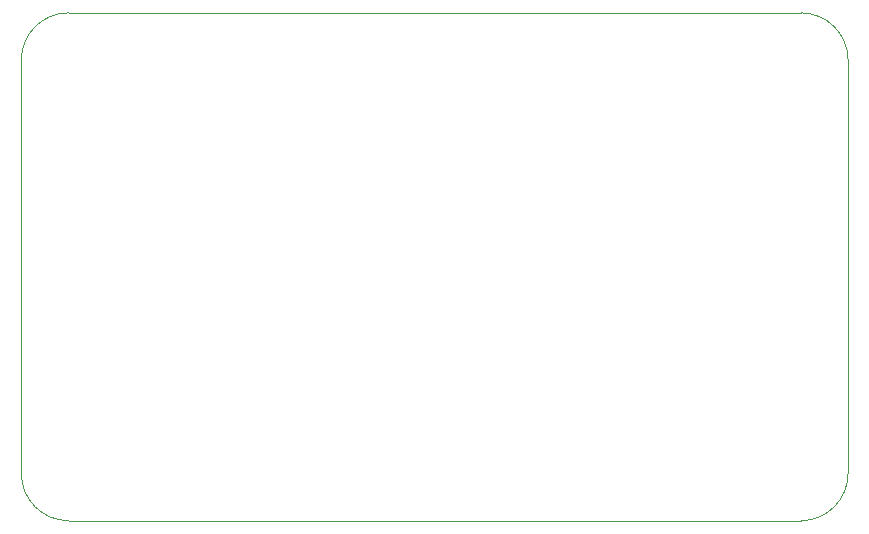
<source format=gm1>
G04 #@! TF.GenerationSoftware,KiCad,Pcbnew,(6.0.0-rc1-318-g91359c047d)*
G04 #@! TF.CreationDate,2022-02-27T09:20:33+02:00*
G04 #@! TF.ProjectId,ControlUnitRP2040,436f6e74-726f-46c5-956e-697452503230,rev?*
G04 #@! TF.SameCoordinates,Original*
G04 #@! TF.FileFunction,Profile,NP*
%FSLAX46Y46*%
G04 Gerber Fmt 4.6, Leading zero omitted, Abs format (unit mm)*
G04 Created by KiCad (PCBNEW (6.0.0-rc1-318-g91359c047d)) date 2022-02-27 09:20:33*
%MOMM*%
%LPD*%
G01*
G04 APERTURE LIST*
G04 #@! TA.AperFunction,Profile*
%ADD10C,0.100000*%
G04 #@! TD*
G04 APERTURE END LIST*
D10*
X110000001Y-71000001D02*
X172000000Y-71000000D01*
X106000001Y-109999999D02*
X106000001Y-75000001D01*
X171999999Y-113999999D02*
X110000001Y-113999999D01*
X176000000Y-75000000D02*
X175999999Y-109999999D01*
X176000000Y-75000000D02*
G75*
G03*
X172000000Y-71000000I-4000000J0D01*
G01*
X110000001Y-71000001D02*
G75*
G03*
X106000001Y-75000001I0J-4000000D01*
G01*
X106000001Y-109999999D02*
G75*
G03*
X110000001Y-113999999I4000000J0D01*
G01*
X171999999Y-113999999D02*
G75*
G03*
X175999999Y-109999999I0J4000000D01*
G01*
M02*

</source>
